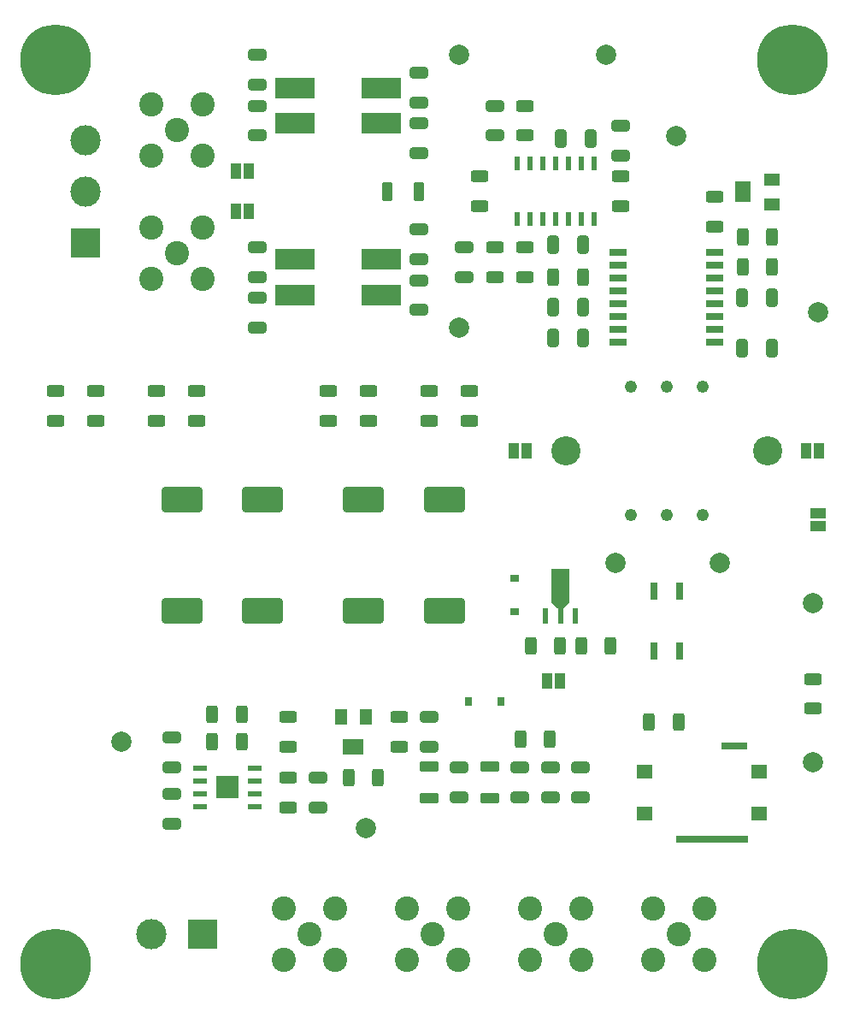
<source format=gts>
%TF.GenerationSoftware,KiCad,Pcbnew,8.0.2-8.0.2-0~ubuntu22.04.1*%
%TF.CreationDate,2024-05-22T14:53:11-05:00*%
%TF.ProjectId,bias-supply,62696173-2d73-4757-9070-6c792e6b6963,0.1*%
%TF.SameCoordinates,Original*%
%TF.FileFunction,Soldermask,Top*%
%TF.FilePolarity,Negative*%
%FSLAX46Y46*%
G04 Gerber Fmt 4.6, Leading zero omitted, Abs format (unit mm)*
G04 Created by KiCad (PCBNEW 8.0.2-8.0.2-0~ubuntu22.04.1) date 2024-05-22 14:53:11*
%MOMM*%
%LPD*%
G01*
G04 APERTURE LIST*
G04 Aperture macros list*
%AMRoundRect*
0 Rectangle with rounded corners*
0 $1 Rounding radius*
0 $2 $3 $4 $5 $6 $7 $8 $9 X,Y pos of 4 corners*
0 Add a 4 corners polygon primitive as box body*
4,1,4,$2,$3,$4,$5,$6,$7,$8,$9,$2,$3,0*
0 Add four circle primitives for the rounded corners*
1,1,$1+$1,$2,$3*
1,1,$1+$1,$4,$5*
1,1,$1+$1,$6,$7*
1,1,$1+$1,$8,$9*
0 Add four rect primitives between the rounded corners*
20,1,$1+$1,$2,$3,$4,$5,0*
20,1,$1+$1,$4,$5,$6,$7,0*
20,1,$1+$1,$6,$7,$8,$9,0*
20,1,$1+$1,$8,$9,$2,$3,0*%
G04 Aperture macros list end*
%ADD10C,0.000000*%
%ADD11R,7.086600X0.711200*%
%ADD12R,2.590800X0.711200*%
%ADD13R,1.600200X1.397000*%
%ADD14R,1.461700X0.558800*%
%ADD15R,2.286000X2.286000*%
%ADD16R,0.532600X1.454899*%
%ADD17R,0.762000X1.803400*%
%ADD18RoundRect,0.250000X0.625000X-0.312500X0.625000X0.312500X-0.625000X0.312500X-0.625000X-0.312500X0*%
%ADD19RoundRect,0.250000X-0.650000X0.325000X-0.650000X-0.325000X0.650000X-0.325000X0.650000X0.325000X0*%
%ADD20RoundRect,0.250000X0.650000X-0.325000X0.650000X0.325000X-0.650000X0.325000X-0.650000X-0.325000X0*%
%ADD21R,1.300000X1.600000*%
%ADD22R,2.000000X1.600000*%
%ADD23RoundRect,0.250000X-0.312500X-0.625000X0.312500X-0.625000X0.312500X0.625000X-0.312500X0.625000X0*%
%ADD24RoundRect,0.250000X0.312500X0.625000X-0.312500X0.625000X-0.312500X-0.625000X0.312500X-0.625000X0*%
%ADD25R,1.000000X1.500000*%
%ADD26C,7.000000*%
%ADD27R,3.000000X3.000000*%
%ADD28C,3.000000*%
%ADD29C,2.000000*%
%ADD30R,4.000000X2.000000*%
%ADD31RoundRect,0.250000X1.750000X1.000000X-1.750000X1.000000X-1.750000X-1.000000X1.750000X-1.000000X0*%
%ADD32RoundRect,0.250000X-1.750000X-1.000000X1.750000X-1.000000X1.750000X1.000000X-1.750000X1.000000X0*%
%ADD33C,2.400000*%
%ADD34RoundRect,0.250000X-0.625000X0.312500X-0.625000X-0.312500X0.625000X-0.312500X0.625000X0.312500X0*%
%ADD35R,0.889000X0.660400*%
%ADD36R,0.508000X1.625600*%
%ADD37R,0.609600X1.625600*%
%ADD38RoundRect,0.250000X0.325000X0.650000X-0.325000X0.650000X-0.325000X-0.650000X0.325000X-0.650000X0*%
%ADD39RoundRect,0.250000X-0.700000X0.275000X-0.700000X-0.275000X0.700000X-0.275000X0.700000X0.275000X0*%
%ADD40RoundRect,0.250000X0.700000X-0.275000X0.700000X0.275000X-0.700000X0.275000X-0.700000X-0.275000X0*%
%ADD41RoundRect,0.250000X-0.325000X-0.650000X0.325000X-0.650000X0.325000X0.650000X-0.325000X0.650000X0*%
%ADD42R,0.660400X0.889000*%
%ADD43R,1.600000X1.300000*%
%ADD44R,1.600000X2.000000*%
%ADD45R,1.500000X1.000000*%
%ADD46RoundRect,0.250000X-0.275000X-0.700000X0.275000X-0.700000X0.275000X0.700000X-0.275000X0.700000X0*%
%ADD47C,1.214000*%
%ADD48C,2.891000*%
%ADD49R,1.750000X0.650000*%
G04 APERTURE END LIST*
D10*
%TO.C,Q1*%
G36*
X161850900Y-113758700D02*
G01*
X161304800Y-114304800D01*
X161304800Y-114228600D01*
X160695200Y-114228600D01*
X160695200Y-114304800D01*
X160149100Y-113758700D01*
X160149100Y-110393200D01*
X161850900Y-110393200D01*
X161850900Y-113758700D01*
G37*
%TD*%
D11*
%TO.C,U3*%
X176000000Y-137097400D03*
D12*
X178250000Y-127902600D03*
D13*
X180651500Y-134599998D03*
X169348500Y-134599998D03*
X180651500Y-130400002D03*
X169348500Y-130400002D03*
%TD*%
D14*
%TO.C,U2*%
X130724752Y-133905000D03*
X130724752Y-132635000D03*
X130724752Y-131365000D03*
X130724752Y-130095000D03*
X125275248Y-130095000D03*
X125275248Y-131365000D03*
X125275248Y-132635000D03*
X125275248Y-133905000D03*
D15*
X128000000Y-132000000D03*
%TD*%
D16*
%TO.C,U1*%
X156690000Y-75721348D03*
X157960000Y-75721348D03*
X159230000Y-75721348D03*
X160500000Y-75721348D03*
X161770000Y-75721348D03*
X163040000Y-75721348D03*
X164310000Y-75721348D03*
X164310000Y-70278652D03*
X163040000Y-70278652D03*
X161770000Y-70278652D03*
X160500000Y-70278652D03*
X159230000Y-70278652D03*
X157960000Y-70278652D03*
X156690000Y-70278652D03*
%TD*%
D17*
%TO.C,BR1*%
X170306000Y-118459100D03*
X172806000Y-118459100D03*
X172806000Y-112540900D03*
X170306000Y-112540900D03*
%TD*%
D18*
%TO.C,JP18*%
X148000000Y-95712500D03*
X148000000Y-92787500D03*
%TD*%
D19*
%TO.C,C12*%
X167000000Y-66525000D03*
X167000000Y-69475000D03*
%TD*%
D20*
%TO.C,C1*%
X131000000Y-81475000D03*
X131000000Y-78525000D03*
%TD*%
D21*
%TO.C,RV2*%
X141750000Y-125050000D03*
D22*
X140500000Y-127950000D03*
D21*
X139250000Y-125050000D03*
%TD*%
D23*
%TO.C,R16*%
X157037500Y-127250000D03*
X159962500Y-127250000D03*
%TD*%
D19*
%TO.C,C14*%
X151500000Y-78525000D03*
X151500000Y-81475000D03*
%TD*%
D24*
%TO.C,R9*%
X181962500Y-77500000D03*
X179037500Y-77500000D03*
%TD*%
%TO.C,R8*%
X181962500Y-80500000D03*
X179037500Y-80500000D03*
%TD*%
D25*
%TO.C,JP2*%
X130150000Y-71000000D03*
X128850000Y-71000000D03*
%TD*%
D26*
%TO.C,REF\u002A\u002A*%
X111000000Y-149500000D03*
%TD*%
D27*
%TO.C,J8*%
X125580000Y-146500000D03*
D28*
X120500000Y-146500000D03*
%TD*%
D29*
%TO.C,REF*%
X186000000Y-129500000D03*
%TD*%
D18*
%TO.C,JP17*%
X142000000Y-95712500D03*
X142000000Y-92787500D03*
%TD*%
D26*
%TO.C,REF\u002A\u002A*%
X111000000Y-60000000D03*
%TD*%
D30*
%TO.C,FL2*%
X134750000Y-62750000D03*
X134750000Y-66250000D03*
X143250000Y-66250000D03*
X143250000Y-62750000D03*
%TD*%
D20*
%TO.C,C23*%
X137000000Y-133975000D03*
X137000000Y-131025000D03*
%TD*%
D31*
%TO.C,C21*%
X131500000Y-114500000D03*
X123500000Y-114500000D03*
%TD*%
D29*
%TO.C,SIN1*%
X172500000Y-67500000D03*
%TD*%
D24*
%TO.C,R15*%
X142962500Y-131000000D03*
X140037500Y-131000000D03*
%TD*%
D19*
%TO.C,C22*%
X122500000Y-132635000D03*
X122500000Y-135585000D03*
%TD*%
D24*
%TO.C,R2*%
X163212500Y-81500000D03*
X160287500Y-81500000D03*
%TD*%
D20*
%TO.C,C13*%
X154500000Y-67475000D03*
X154500000Y-64525000D03*
%TD*%
D32*
%TO.C,C18*%
X149500000Y-103500000D03*
X141500000Y-103500000D03*
%TD*%
D25*
%TO.C,JP4*%
X156350000Y-98650000D03*
X157650000Y-98650000D03*
%TD*%
D33*
%TO.C,J7*%
X136185000Y-146500000D03*
X133645000Y-143960000D03*
X133645000Y-149040000D03*
X138725000Y-149040000D03*
X138725000Y-143960000D03*
%TD*%
D34*
%TO.C,R5*%
X153000000Y-71537500D03*
X153000000Y-74462500D03*
%TD*%
D35*
%TO.C,D1*%
X156500000Y-114584200D03*
X156500000Y-111333000D03*
%TD*%
D36*
%TO.C,Q1*%
X162500000Y-115041400D03*
D37*
X161000000Y-115041400D03*
D36*
X159500000Y-115041400D03*
%TD*%
D38*
%TO.C,C17*%
X181975000Y-88500000D03*
X179025000Y-88500000D03*
%TD*%
D39*
%TO.C,FB1*%
X154000000Y-129925000D03*
X154000000Y-133075000D03*
%TD*%
D20*
%TO.C,C26*%
X157000000Y-132975000D03*
X157000000Y-130025000D03*
%TD*%
D40*
%TO.C,L2*%
X148000000Y-133075000D03*
X148000000Y-129925000D03*
%TD*%
D29*
%TO.C,GND*%
X186000000Y-113750000D03*
%TD*%
D18*
%TO.C,R1*%
X157500000Y-81462500D03*
X157500000Y-78537500D03*
%TD*%
D20*
%TO.C,C8*%
X147000000Y-64200000D03*
X147000000Y-61250000D03*
%TD*%
D33*
%TO.C,J5*%
X160540000Y-146500000D03*
X158000000Y-143960000D03*
X158000000Y-149040000D03*
X163080000Y-149040000D03*
X163080000Y-143960000D03*
%TD*%
D26*
%TO.C,REF\u002A\u002A*%
X184000000Y-60000000D03*
%TD*%
D25*
%TO.C,JP1*%
X128850000Y-75000000D03*
X130150000Y-75000000D03*
%TD*%
D41*
%TO.C,C16*%
X160275000Y-87500000D03*
X163225000Y-87500000D03*
%TD*%
D19*
%TO.C,C3*%
X131000000Y-64525000D03*
X131000000Y-67475000D03*
%TD*%
D29*
%TO.C,-V*%
X176750000Y-109750000D03*
%TD*%
D34*
%TO.C,R4*%
X157500000Y-64537500D03*
X157500000Y-67462500D03*
%TD*%
D18*
%TO.C,R13*%
X134000000Y-127962500D03*
X134000000Y-125037500D03*
%TD*%
D29*
%TO.C,DC*%
X117500000Y-127500000D03*
%TD*%
D33*
%TO.C,J4*%
X172717500Y-146500000D03*
X170177500Y-143960000D03*
X170177500Y-149040000D03*
X175257500Y-149040000D03*
X175257500Y-143960000D03*
%TD*%
D34*
%TO.C,R14*%
X145000000Y-125037500D03*
X145000000Y-127962500D03*
%TD*%
D38*
%TO.C,C9*%
X163225000Y-78250000D03*
X160275000Y-78250000D03*
%TD*%
D19*
%TO.C,C25*%
X151000000Y-130025000D03*
X151000000Y-132975000D03*
%TD*%
D29*
%TO.C,-V*%
X151000000Y-59500000D03*
%TD*%
D33*
%TO.C,J2*%
X123000000Y-79089000D03*
X120460000Y-76549000D03*
X120460000Y-81629000D03*
X125540000Y-81629000D03*
X125540000Y-76549000D03*
%TD*%
D20*
%TO.C,C4*%
X131000000Y-62475000D03*
X131000000Y-59525000D03*
%TD*%
D18*
%TO.C,JP19*%
X152000000Y-95712500D03*
X152000000Y-92787500D03*
%TD*%
%TO.C,JP15*%
X125000000Y-95712500D03*
X125000000Y-92787500D03*
%TD*%
D29*
%TO.C,REG*%
X141750000Y-136000000D03*
%TD*%
D34*
%TO.C,R7*%
X176275000Y-73537500D03*
X176275000Y-76462500D03*
%TD*%
D18*
%TO.C,R12*%
X134000000Y-133962500D03*
X134000000Y-131037500D03*
%TD*%
D34*
%TO.C,JP11*%
X186000000Y-121287500D03*
X186000000Y-124212500D03*
%TD*%
D33*
%TO.C,J6*%
X148362500Y-146500000D03*
X145822500Y-143960000D03*
X145822500Y-149040000D03*
X150902500Y-149040000D03*
X150902500Y-143960000D03*
%TD*%
D18*
%TO.C,JP16*%
X138000000Y-95712500D03*
X138000000Y-92787500D03*
%TD*%
D20*
%TO.C,C28*%
X163000000Y-132975000D03*
X163000000Y-130025000D03*
%TD*%
D29*
%TO.C,GND*%
X165500000Y-59500000D03*
%TD*%
D19*
%TO.C,C2*%
X131000000Y-83525000D03*
X131000000Y-86475000D03*
%TD*%
D29*
%TO.C,+V*%
X151000000Y-86500000D03*
%TD*%
D23*
%TO.C,JP9*%
X126537500Y-127500000D03*
X129462500Y-127500000D03*
%TD*%
D29*
%TO.C,+V*%
X166500000Y-109750000D03*
%TD*%
D20*
%TO.C,C5*%
X147000000Y-79750000D03*
X147000000Y-76800000D03*
%TD*%
D25*
%TO.C,JP6*%
X160962500Y-121500000D03*
X159662500Y-121500000D03*
%TD*%
D42*
%TO.C,D2*%
X151874400Y-123500000D03*
X155125600Y-123500000D03*
%TD*%
D25*
%TO.C,JP3*%
X186650000Y-98650000D03*
X185350000Y-98650000D03*
%TD*%
D31*
%TO.C,C20*%
X131500000Y-103500000D03*
X123500000Y-103500000D03*
%TD*%
D24*
%TO.C,JP8*%
X129462500Y-124750000D03*
X126537500Y-124750000D03*
%TD*%
D23*
%TO.C,JP10*%
X169787500Y-125500000D03*
X172712500Y-125500000D03*
%TD*%
D26*
%TO.C,REF\u002A\u002A*%
X184000000Y-149500000D03*
%TD*%
D24*
%TO.C,R10*%
X160962500Y-117958600D03*
X158037500Y-117958600D03*
%TD*%
D43*
%TO.C,RV1*%
X181950000Y-74306000D03*
D44*
X179050000Y-73056000D03*
D43*
X181950000Y-71806000D03*
%TD*%
D38*
%TO.C,C10*%
X163975000Y-67750000D03*
X161025000Y-67750000D03*
%TD*%
D45*
%TO.C,JP5*%
X186500000Y-104850000D03*
X186500000Y-106150000D03*
%TD*%
D18*
%TO.C,JP13*%
X115000000Y-95712500D03*
X115000000Y-92787500D03*
%TD*%
D19*
%TO.C,C6*%
X147000000Y-81800000D03*
X147000000Y-84750000D03*
%TD*%
D41*
%TO.C,C11*%
X160275000Y-84500000D03*
X163225000Y-84500000D03*
%TD*%
D30*
%TO.C,FL1*%
X134750000Y-79750000D03*
X134750000Y-83250000D03*
X143250000Y-83250000D03*
X143250000Y-79750000D03*
%TD*%
D38*
%TO.C,C15*%
X181975000Y-83500000D03*
X179025000Y-83500000D03*
%TD*%
D46*
%TO.C,L1*%
X143850000Y-73000000D03*
X147000000Y-73000000D03*
%TD*%
D47*
%TO.C,T1*%
X168000000Y-105000000D03*
X171556000Y-105000000D03*
X175112000Y-105000000D03*
X175112000Y-92300000D03*
X171556000Y-92300000D03*
X168000000Y-92300000D03*
D48*
X161574000Y-98650000D03*
X181538000Y-98650000D03*
%TD*%
D20*
%TO.C,C24*%
X148000000Y-127975000D03*
X148000000Y-125025000D03*
%TD*%
%TO.C,C27*%
X160000000Y-132975000D03*
X160000000Y-130025000D03*
%TD*%
D19*
%TO.C,C7*%
X147000000Y-66250000D03*
X147000000Y-69200000D03*
%TD*%
D33*
%TO.C,J3*%
X123000000Y-66911000D03*
X125540000Y-69451000D03*
X125540000Y-64371000D03*
X120460000Y-64371000D03*
X120460000Y-69451000D03*
%TD*%
D32*
%TO.C,C19*%
X141500000Y-114500000D03*
X149500000Y-114500000D03*
%TD*%
D49*
%TO.C,IC1*%
X176275000Y-87945000D03*
X176275000Y-86675000D03*
X176275000Y-85405000D03*
X176275000Y-84135000D03*
X176275000Y-82865000D03*
X176275000Y-81595000D03*
X176275000Y-80325000D03*
X176275000Y-79055000D03*
X166725000Y-79055000D03*
X166725000Y-80325000D03*
X166725000Y-81595000D03*
X166725000Y-82865000D03*
X166725000Y-84135000D03*
X166725000Y-85405000D03*
X166725000Y-86675000D03*
X166725000Y-87945000D03*
%TD*%
D18*
%TO.C,R6*%
X154500000Y-81462500D03*
X154500000Y-78537500D03*
%TD*%
D29*
%TO.C,SIN2*%
X186500000Y-85000000D03*
%TD*%
D23*
%TO.C,R11*%
X163037500Y-117958600D03*
X165962500Y-117958600D03*
%TD*%
D34*
%TO.C,R3*%
X167000000Y-71537500D03*
X167000000Y-74462500D03*
%TD*%
D18*
%TO.C,JP14*%
X121000000Y-95712500D03*
X121000000Y-92787500D03*
%TD*%
D27*
%TO.C,J1*%
X114000000Y-78080000D03*
D28*
X114000000Y-73000000D03*
X114000000Y-67920000D03*
%TD*%
D20*
%TO.C,JP7*%
X122500000Y-130000000D03*
X122500000Y-127050000D03*
%TD*%
D18*
%TO.C,JP12*%
X111000000Y-95712500D03*
X111000000Y-92787500D03*
%TD*%
M02*

</source>
